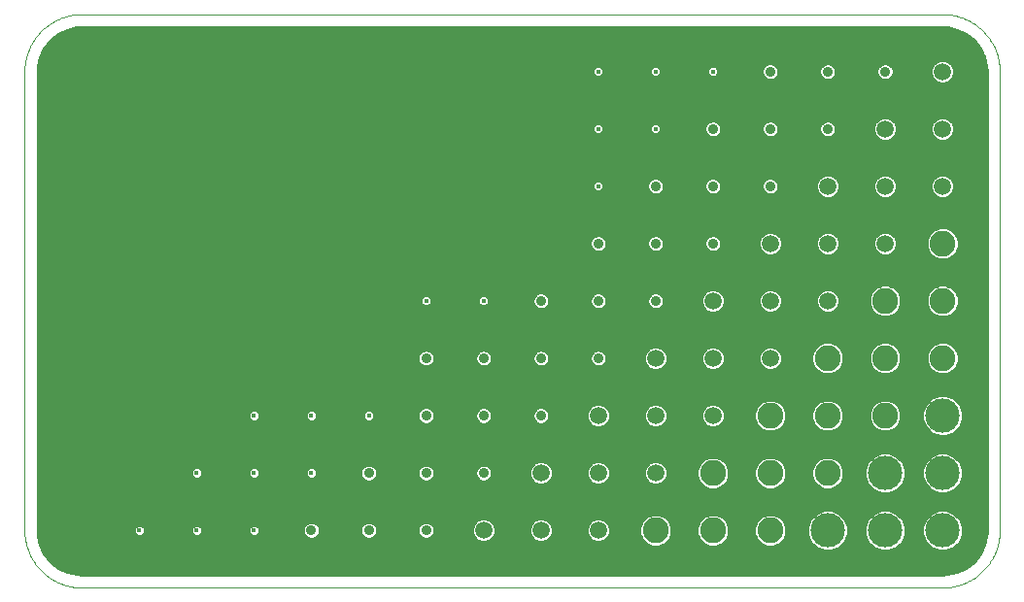
<source format=gtl>
G75*
%MOIN*%
%OFA0B0*%
%FSLAX25Y25*%
%IPPOS*%
%LPD*%
%AMOC8*
5,1,8,0,0,1.08239X$1,22.5*
%
%ADD10C,0.00039*%
%ADD11C,0.11811*%
%ADD12C,0.08858*%
%ADD13C,0.05906*%
%ADD14C,0.03569*%
%ADD15C,0.01600*%
%ADD16C,0.01575*%
D10*
X0025409Y0005724D02*
X0320685Y0005724D01*
X0321161Y0005730D01*
X0321636Y0005747D01*
X0322111Y0005776D01*
X0322585Y0005816D01*
X0323058Y0005868D01*
X0323529Y0005931D01*
X0323999Y0006005D01*
X0324467Y0006091D01*
X0324933Y0006188D01*
X0325396Y0006296D01*
X0325856Y0006415D01*
X0326314Y0006546D01*
X0326768Y0006687D01*
X0327219Y0006840D01*
X0327665Y0007003D01*
X0328108Y0007177D01*
X0328546Y0007362D01*
X0328980Y0007557D01*
X0329409Y0007763D01*
X0329833Y0007979D01*
X0330252Y0008205D01*
X0330665Y0008441D01*
X0331072Y0008687D01*
X0331473Y0008943D01*
X0331867Y0009209D01*
X0332256Y0009484D01*
X0332637Y0009768D01*
X0333011Y0010061D01*
X0333379Y0010363D01*
X0333739Y0010675D01*
X0334091Y0010994D01*
X0334435Y0011322D01*
X0334772Y0011659D01*
X0335100Y0012003D01*
X0335419Y0012355D01*
X0335731Y0012715D01*
X0336033Y0013083D01*
X0336326Y0013457D01*
X0336610Y0013838D01*
X0336885Y0014227D01*
X0337151Y0014621D01*
X0337407Y0015022D01*
X0337653Y0015429D01*
X0337889Y0015842D01*
X0338115Y0016261D01*
X0338331Y0016685D01*
X0338537Y0017114D01*
X0338732Y0017548D01*
X0338917Y0017986D01*
X0339091Y0018429D01*
X0339254Y0018875D01*
X0339407Y0019326D01*
X0339548Y0019780D01*
X0339679Y0020238D01*
X0339798Y0020698D01*
X0339906Y0021161D01*
X0340003Y0021627D01*
X0340089Y0022095D01*
X0340163Y0022565D01*
X0340226Y0023036D01*
X0340278Y0023509D01*
X0340318Y0023983D01*
X0340347Y0024458D01*
X0340364Y0024933D01*
X0340370Y0025409D01*
X0340370Y0182890D01*
X0340364Y0183366D01*
X0340347Y0183841D01*
X0340318Y0184316D01*
X0340278Y0184790D01*
X0340226Y0185263D01*
X0340163Y0185734D01*
X0340089Y0186204D01*
X0340003Y0186672D01*
X0339906Y0187138D01*
X0339798Y0187601D01*
X0339679Y0188061D01*
X0339548Y0188519D01*
X0339407Y0188973D01*
X0339254Y0189424D01*
X0339091Y0189870D01*
X0338917Y0190313D01*
X0338732Y0190751D01*
X0338537Y0191185D01*
X0338331Y0191614D01*
X0338115Y0192038D01*
X0337889Y0192457D01*
X0337653Y0192870D01*
X0337407Y0193277D01*
X0337151Y0193678D01*
X0336885Y0194072D01*
X0336610Y0194461D01*
X0336326Y0194842D01*
X0336033Y0195216D01*
X0335731Y0195584D01*
X0335419Y0195944D01*
X0335100Y0196296D01*
X0334772Y0196640D01*
X0334435Y0196977D01*
X0334091Y0197305D01*
X0333739Y0197624D01*
X0333379Y0197936D01*
X0333011Y0198238D01*
X0332637Y0198531D01*
X0332256Y0198815D01*
X0331867Y0199090D01*
X0331473Y0199356D01*
X0331072Y0199612D01*
X0330665Y0199858D01*
X0330252Y0200094D01*
X0329833Y0200320D01*
X0329409Y0200536D01*
X0328980Y0200742D01*
X0328546Y0200937D01*
X0328108Y0201122D01*
X0327665Y0201296D01*
X0327219Y0201459D01*
X0326768Y0201612D01*
X0326314Y0201753D01*
X0325856Y0201884D01*
X0325396Y0202003D01*
X0324933Y0202111D01*
X0324467Y0202208D01*
X0323999Y0202294D01*
X0323529Y0202368D01*
X0323058Y0202431D01*
X0322585Y0202483D01*
X0322111Y0202523D01*
X0321636Y0202552D01*
X0321161Y0202569D01*
X0320685Y0202575D01*
X0025409Y0202575D01*
X0024933Y0202569D01*
X0024458Y0202552D01*
X0023983Y0202523D01*
X0023509Y0202483D01*
X0023036Y0202431D01*
X0022565Y0202368D01*
X0022095Y0202294D01*
X0021627Y0202208D01*
X0021161Y0202111D01*
X0020698Y0202003D01*
X0020238Y0201884D01*
X0019780Y0201753D01*
X0019326Y0201612D01*
X0018875Y0201459D01*
X0018429Y0201296D01*
X0017986Y0201122D01*
X0017548Y0200937D01*
X0017114Y0200742D01*
X0016685Y0200536D01*
X0016261Y0200320D01*
X0015842Y0200094D01*
X0015429Y0199858D01*
X0015022Y0199612D01*
X0014621Y0199356D01*
X0014227Y0199090D01*
X0013838Y0198815D01*
X0013457Y0198531D01*
X0013083Y0198238D01*
X0012715Y0197936D01*
X0012355Y0197624D01*
X0012003Y0197305D01*
X0011659Y0196977D01*
X0011322Y0196640D01*
X0010994Y0196296D01*
X0010675Y0195944D01*
X0010363Y0195584D01*
X0010061Y0195216D01*
X0009768Y0194842D01*
X0009484Y0194461D01*
X0009209Y0194072D01*
X0008943Y0193678D01*
X0008687Y0193277D01*
X0008441Y0192870D01*
X0008205Y0192457D01*
X0007979Y0192038D01*
X0007763Y0191614D01*
X0007557Y0191185D01*
X0007362Y0190751D01*
X0007177Y0190313D01*
X0007003Y0189870D01*
X0006840Y0189424D01*
X0006687Y0188973D01*
X0006546Y0188519D01*
X0006415Y0188061D01*
X0006296Y0187601D01*
X0006188Y0187138D01*
X0006091Y0186672D01*
X0006005Y0186204D01*
X0005931Y0185734D01*
X0005868Y0185263D01*
X0005816Y0184790D01*
X0005776Y0184316D01*
X0005747Y0183841D01*
X0005730Y0183366D01*
X0005724Y0182890D01*
X0005724Y0025409D01*
X0005730Y0024933D01*
X0005747Y0024458D01*
X0005776Y0023983D01*
X0005816Y0023509D01*
X0005868Y0023036D01*
X0005931Y0022565D01*
X0006005Y0022095D01*
X0006091Y0021627D01*
X0006188Y0021161D01*
X0006296Y0020698D01*
X0006415Y0020238D01*
X0006546Y0019780D01*
X0006687Y0019326D01*
X0006840Y0018875D01*
X0007003Y0018429D01*
X0007177Y0017986D01*
X0007362Y0017548D01*
X0007557Y0017114D01*
X0007763Y0016685D01*
X0007979Y0016261D01*
X0008205Y0015842D01*
X0008441Y0015429D01*
X0008687Y0015022D01*
X0008943Y0014621D01*
X0009209Y0014227D01*
X0009484Y0013838D01*
X0009768Y0013457D01*
X0010061Y0013083D01*
X0010363Y0012715D01*
X0010675Y0012355D01*
X0010994Y0012003D01*
X0011322Y0011659D01*
X0011659Y0011322D01*
X0012003Y0010994D01*
X0012355Y0010675D01*
X0012715Y0010363D01*
X0013083Y0010061D01*
X0013457Y0009768D01*
X0013838Y0009484D01*
X0014227Y0009209D01*
X0014621Y0008943D01*
X0015022Y0008687D01*
X0015429Y0008441D01*
X0015842Y0008205D01*
X0016261Y0007979D01*
X0016685Y0007763D01*
X0017114Y0007557D01*
X0017548Y0007362D01*
X0017986Y0007177D01*
X0018429Y0007003D01*
X0018875Y0006840D01*
X0019326Y0006687D01*
X0019780Y0006546D01*
X0020238Y0006415D01*
X0020698Y0006296D01*
X0021161Y0006188D01*
X0021627Y0006091D01*
X0022095Y0006005D01*
X0022565Y0005931D01*
X0023036Y0005868D01*
X0023509Y0005816D01*
X0023983Y0005776D01*
X0024458Y0005747D01*
X0024933Y0005730D01*
X0025409Y0005724D01*
D11*
X0281315Y0025409D03*
X0301000Y0025409D03*
X0320685Y0025409D03*
X0320685Y0045094D03*
X0301000Y0045094D03*
X0320685Y0064780D03*
D12*
X0301000Y0064780D03*
X0281315Y0064780D03*
X0261630Y0064780D03*
X0281315Y0084465D03*
X0301000Y0084465D03*
X0320685Y0084465D03*
X0320685Y0104150D03*
X0301000Y0104150D03*
X0320685Y0123835D03*
X0281315Y0045094D03*
X0261630Y0045094D03*
X0241945Y0045094D03*
X0241945Y0025409D03*
X0222260Y0025409D03*
X0261630Y0025409D03*
D13*
X0222260Y0045094D03*
X0202575Y0045094D03*
X0182890Y0045094D03*
X0182890Y0025409D03*
X0163205Y0025409D03*
X0202575Y0025409D03*
X0202575Y0064780D03*
X0222260Y0064780D03*
X0241945Y0064780D03*
X0241945Y0084465D03*
X0222260Y0084465D03*
X0241945Y0104150D03*
X0261630Y0104150D03*
X0281315Y0104150D03*
X0281315Y0123835D03*
X0301000Y0123835D03*
X0301000Y0143520D03*
X0281315Y0143520D03*
X0261630Y0123835D03*
X0320685Y0143520D03*
X0320685Y0163205D03*
X0301000Y0163205D03*
X0320685Y0182890D03*
X0261630Y0084465D03*
D14*
X0222260Y0104150D03*
X0202575Y0104150D03*
X0182890Y0104150D03*
X0202575Y0123835D03*
X0222260Y0123835D03*
X0241945Y0123835D03*
X0241945Y0143520D03*
X0222260Y0143520D03*
X0241945Y0163205D03*
X0261630Y0163205D03*
X0281315Y0163205D03*
X0281315Y0182890D03*
X0301000Y0182890D03*
X0261630Y0182890D03*
X0261630Y0143520D03*
X0202575Y0084465D03*
X0182890Y0084465D03*
X0163205Y0084465D03*
X0143520Y0084465D03*
X0143520Y0064780D03*
X0163205Y0064780D03*
X0182890Y0064780D03*
X0163205Y0045094D03*
X0143520Y0045094D03*
X0123835Y0045094D03*
X0123835Y0025409D03*
X0104150Y0025409D03*
X0143520Y0025409D03*
D15*
X0104150Y0045094D03*
X0084465Y0045094D03*
X0064780Y0045094D03*
X0064780Y0025409D03*
X0045094Y0025409D03*
X0084465Y0025409D03*
X0084465Y0064780D03*
X0104150Y0064780D03*
X0123835Y0064780D03*
X0143520Y0104150D03*
X0163205Y0104150D03*
X0202575Y0143520D03*
X0202575Y0163205D03*
X0222260Y0163205D03*
X0222260Y0182890D03*
X0241945Y0182890D03*
X0202575Y0182890D03*
D16*
X0020496Y0011366D02*
X0017494Y0012812D01*
X0014889Y0014889D01*
X0012812Y0017494D01*
X0011366Y0020496D01*
X0010625Y0023744D01*
X0010531Y0025409D01*
X0010531Y0182890D01*
X0010625Y0184556D01*
X0011366Y0187804D01*
X0012812Y0190805D01*
X0014889Y0193410D01*
X0017494Y0195487D01*
X0020496Y0196933D01*
X0023744Y0197674D01*
X0025409Y0197768D01*
X0320685Y0197768D01*
X0322351Y0197674D01*
X0325599Y0196933D01*
X0328601Y0195487D01*
X0331205Y0193410D01*
X0333283Y0190805D01*
X0334728Y0187804D01*
X0335469Y0184556D01*
X0335563Y0182890D01*
X0335563Y0025409D01*
X0335469Y0023744D01*
X0334728Y0020496D01*
X0333283Y0017494D01*
X0331205Y0014889D01*
X0328601Y0012812D01*
X0325599Y0011366D01*
X0322351Y0010625D01*
X0320685Y0010531D01*
X0025409Y0010531D01*
X0023744Y0010625D01*
X0020496Y0011366D01*
X0019143Y0012018D02*
X0326951Y0012018D01*
X0329577Y0013591D02*
X0016517Y0013591D01*
X0014670Y0015164D02*
X0331425Y0015164D01*
X0332679Y0016738D02*
X0013415Y0016738D01*
X0012812Y0017494D02*
X0012812Y0017494D01*
X0012418Y0018311D02*
X0279395Y0018311D01*
X0279864Y0018117D02*
X0282766Y0018117D01*
X0285446Y0019227D01*
X0287498Y0021278D01*
X0288608Y0023959D01*
X0288608Y0026860D01*
X0287498Y0029541D01*
X0285446Y0031592D01*
X0282766Y0032702D01*
X0279864Y0032702D01*
X0277184Y0031592D01*
X0275132Y0029541D01*
X0274022Y0026860D01*
X0274022Y0023959D01*
X0275132Y0021278D01*
X0277184Y0019227D01*
X0279864Y0018117D01*
X0283235Y0018311D02*
X0299080Y0018311D01*
X0299549Y0018117D02*
X0302451Y0018117D01*
X0305131Y0019227D01*
X0307183Y0021278D01*
X0308293Y0023959D01*
X0308293Y0026860D01*
X0307183Y0029541D01*
X0305131Y0031592D01*
X0302451Y0032702D01*
X0299549Y0032702D01*
X0296869Y0031592D01*
X0294817Y0029541D01*
X0293707Y0026860D01*
X0293707Y0023959D01*
X0294817Y0021278D01*
X0296869Y0019227D01*
X0299549Y0018117D01*
X0302920Y0018311D02*
X0318765Y0018311D01*
X0319234Y0018117D02*
X0322136Y0018117D01*
X0324816Y0019227D01*
X0326868Y0021278D01*
X0327978Y0023959D01*
X0327978Y0026860D01*
X0326868Y0029541D01*
X0324816Y0031592D01*
X0322136Y0032702D01*
X0319234Y0032702D01*
X0316554Y0031592D01*
X0314502Y0029541D01*
X0313392Y0026860D01*
X0313392Y0023959D01*
X0314502Y0021278D01*
X0316554Y0019227D01*
X0319234Y0018117D01*
X0322605Y0018311D02*
X0333676Y0018311D01*
X0334434Y0019884D02*
X0325474Y0019884D01*
X0326942Y0021458D02*
X0334948Y0021458D01*
X0335307Y0023031D02*
X0327594Y0023031D01*
X0327978Y0024604D02*
X0335518Y0024604D01*
X0335563Y0026177D02*
X0327978Y0026177D01*
X0327609Y0027751D02*
X0335563Y0027751D01*
X0335563Y0029324D02*
X0326957Y0029324D01*
X0325511Y0030897D02*
X0335563Y0030897D01*
X0335563Y0032471D02*
X0322695Y0032471D01*
X0318675Y0032471D02*
X0303010Y0032471D01*
X0305826Y0030897D02*
X0315859Y0030897D01*
X0314413Y0029324D02*
X0307272Y0029324D01*
X0307924Y0027751D02*
X0313761Y0027751D01*
X0313392Y0026177D02*
X0308293Y0026177D01*
X0308293Y0024604D02*
X0313392Y0024604D01*
X0313776Y0023031D02*
X0307909Y0023031D01*
X0307257Y0021458D02*
X0314428Y0021458D01*
X0315896Y0019884D02*
X0305789Y0019884D01*
X0296211Y0019884D02*
X0286103Y0019884D01*
X0287572Y0021458D02*
X0294743Y0021458D01*
X0294091Y0023031D02*
X0288223Y0023031D01*
X0288608Y0024604D02*
X0293707Y0024604D01*
X0293707Y0026177D02*
X0288608Y0026177D01*
X0288239Y0027751D02*
X0294076Y0027751D01*
X0294728Y0029324D02*
X0287587Y0029324D01*
X0286141Y0030897D02*
X0296174Y0030897D01*
X0298990Y0032471D02*
X0283325Y0032471D01*
X0279305Y0032471D02*
X0010531Y0032471D01*
X0010531Y0034044D02*
X0335563Y0034044D01*
X0335563Y0035617D02*
X0010531Y0035617D01*
X0010531Y0037191D02*
X0335563Y0037191D01*
X0335563Y0038764D02*
X0324459Y0038764D01*
X0324816Y0038912D02*
X0326868Y0040963D01*
X0327978Y0043644D01*
X0327978Y0046545D01*
X0326868Y0049226D01*
X0324816Y0051277D01*
X0322136Y0052387D01*
X0319234Y0052387D01*
X0316554Y0051277D01*
X0314502Y0049226D01*
X0313392Y0046545D01*
X0313392Y0043644D01*
X0314502Y0040963D01*
X0316554Y0038912D01*
X0319234Y0037802D01*
X0322136Y0037802D01*
X0324816Y0038912D01*
X0326242Y0040337D02*
X0335563Y0040337D01*
X0335563Y0041911D02*
X0327260Y0041911D01*
X0327912Y0043484D02*
X0335563Y0043484D01*
X0335563Y0045057D02*
X0327978Y0045057D01*
X0327943Y0046631D02*
X0335563Y0046631D01*
X0335563Y0048204D02*
X0327291Y0048204D01*
X0326316Y0049777D02*
X0335563Y0049777D01*
X0335563Y0051351D02*
X0324639Y0051351D01*
X0316731Y0051351D02*
X0304954Y0051351D01*
X0305131Y0051277D02*
X0302451Y0052387D01*
X0299549Y0052387D01*
X0296869Y0051277D01*
X0294817Y0049226D01*
X0293707Y0046545D01*
X0293707Y0043644D01*
X0294817Y0040963D01*
X0296869Y0038912D01*
X0299549Y0037802D01*
X0302451Y0037802D01*
X0305131Y0038912D01*
X0307183Y0040963D01*
X0308293Y0043644D01*
X0308293Y0046545D01*
X0307183Y0049226D01*
X0305131Y0051277D01*
X0306631Y0049777D02*
X0315054Y0049777D01*
X0314079Y0048204D02*
X0307606Y0048204D01*
X0308258Y0046631D02*
X0313428Y0046631D01*
X0313392Y0045057D02*
X0308293Y0045057D01*
X0308227Y0043484D02*
X0313458Y0043484D01*
X0314110Y0041911D02*
X0307575Y0041911D01*
X0306557Y0040337D02*
X0315128Y0040337D01*
X0316911Y0038764D02*
X0304774Y0038764D01*
X0297226Y0038764D02*
X0010531Y0038764D01*
X0010531Y0040337D02*
X0238476Y0040337D01*
X0238650Y0040163D02*
X0240788Y0039278D01*
X0243102Y0039278D01*
X0245240Y0040163D01*
X0246876Y0041800D01*
X0247761Y0043937D01*
X0247761Y0046251D01*
X0246876Y0048389D01*
X0245240Y0050026D01*
X0243102Y0050911D01*
X0240788Y0050911D01*
X0238650Y0050026D01*
X0237014Y0048389D01*
X0236128Y0046251D01*
X0236128Y0043937D01*
X0237014Y0041800D01*
X0238650Y0040163D01*
X0236968Y0041911D02*
X0225214Y0041911D01*
X0224718Y0041415D02*
X0225939Y0042636D01*
X0226600Y0044231D01*
X0226600Y0045958D01*
X0225939Y0047553D01*
X0224718Y0048774D01*
X0223123Y0049435D01*
X0221397Y0049435D01*
X0219801Y0048774D01*
X0218580Y0047553D01*
X0217920Y0045958D01*
X0217920Y0044231D01*
X0218580Y0042636D01*
X0219801Y0041415D01*
X0221397Y0040754D01*
X0223123Y0040754D01*
X0224718Y0041415D01*
X0226290Y0043484D02*
X0236316Y0043484D01*
X0236128Y0045057D02*
X0226600Y0045057D01*
X0226321Y0046631D02*
X0236285Y0046631D01*
X0236937Y0048204D02*
X0225288Y0048204D01*
X0219231Y0048204D02*
X0205603Y0048204D01*
X0205033Y0048774D02*
X0203438Y0049435D01*
X0201711Y0049435D01*
X0200116Y0048774D01*
X0198895Y0047553D01*
X0198235Y0045958D01*
X0198235Y0044231D01*
X0198895Y0042636D01*
X0200116Y0041415D01*
X0201711Y0040754D01*
X0203438Y0040754D01*
X0205033Y0041415D01*
X0206254Y0042636D01*
X0206915Y0044231D01*
X0206915Y0045958D01*
X0206254Y0047553D01*
X0205033Y0048774D01*
X0206636Y0046631D02*
X0218198Y0046631D01*
X0217920Y0045057D02*
X0206915Y0045057D01*
X0206605Y0043484D02*
X0218229Y0043484D01*
X0219306Y0041911D02*
X0205529Y0041911D01*
X0199621Y0041911D02*
X0185844Y0041911D01*
X0185348Y0041415D02*
X0186569Y0042636D01*
X0187230Y0044231D01*
X0187230Y0045958D01*
X0186569Y0047553D01*
X0185348Y0048774D01*
X0183753Y0049435D01*
X0182026Y0049435D01*
X0180431Y0048774D01*
X0179210Y0047553D01*
X0178550Y0045958D01*
X0178550Y0044231D01*
X0179210Y0042636D01*
X0180431Y0041415D01*
X0182026Y0040754D01*
X0183753Y0040754D01*
X0185348Y0041415D01*
X0186920Y0043484D02*
X0198544Y0043484D01*
X0198235Y0045057D02*
X0187230Y0045057D01*
X0186951Y0046631D02*
X0198513Y0046631D01*
X0199546Y0048204D02*
X0185918Y0048204D01*
X0179861Y0048204D02*
X0163986Y0048204D01*
X0163836Y0048266D02*
X0162574Y0048266D01*
X0161408Y0047783D01*
X0160516Y0046891D01*
X0160033Y0045725D01*
X0160033Y0044464D01*
X0160516Y0043298D01*
X0161408Y0042406D01*
X0162574Y0041923D01*
X0163836Y0041923D01*
X0165001Y0042406D01*
X0165894Y0043298D01*
X0166376Y0044464D01*
X0166376Y0045725D01*
X0165894Y0046891D01*
X0165001Y0047783D01*
X0163836Y0048266D01*
X0162424Y0048204D02*
X0144301Y0048204D01*
X0144151Y0048266D02*
X0142889Y0048266D01*
X0141723Y0047783D01*
X0140831Y0046891D01*
X0140348Y0045725D01*
X0140348Y0044464D01*
X0140831Y0043298D01*
X0141723Y0042406D01*
X0142889Y0041923D01*
X0144151Y0041923D01*
X0145316Y0042406D01*
X0146208Y0043298D01*
X0146691Y0044464D01*
X0146691Y0045725D01*
X0146208Y0046891D01*
X0145316Y0047783D01*
X0144151Y0048266D01*
X0142739Y0048204D02*
X0124616Y0048204D01*
X0124466Y0048266D02*
X0125631Y0047783D01*
X0126523Y0046891D01*
X0127006Y0045725D01*
X0127006Y0044464D01*
X0126523Y0043298D01*
X0125631Y0042406D01*
X0124466Y0041923D01*
X0123204Y0041923D01*
X0122038Y0042406D01*
X0121146Y0043298D01*
X0120663Y0044464D01*
X0120663Y0045725D01*
X0121146Y0046891D01*
X0122038Y0047783D01*
X0123204Y0048266D01*
X0124466Y0048266D01*
X0123054Y0048204D02*
X0010531Y0048204D01*
X0010531Y0049777D02*
X0238402Y0049777D01*
X0245488Y0049777D02*
X0258087Y0049777D01*
X0258335Y0050026D02*
X0256699Y0048389D01*
X0255813Y0046251D01*
X0255813Y0043937D01*
X0256699Y0041800D01*
X0258335Y0040163D01*
X0260473Y0039278D01*
X0262787Y0039278D01*
X0264925Y0040163D01*
X0266561Y0041800D01*
X0267446Y0043937D01*
X0267446Y0046251D01*
X0266561Y0048389D01*
X0264925Y0050026D01*
X0262787Y0050911D01*
X0260473Y0050911D01*
X0258335Y0050026D01*
X0256622Y0048204D02*
X0246953Y0048204D01*
X0247604Y0046631D02*
X0255970Y0046631D01*
X0255813Y0045057D02*
X0247761Y0045057D01*
X0247574Y0043484D02*
X0256001Y0043484D01*
X0256653Y0041911D02*
X0246922Y0041911D01*
X0245414Y0040337D02*
X0258161Y0040337D01*
X0265099Y0040337D02*
X0277846Y0040337D01*
X0278020Y0040163D02*
X0280158Y0039278D01*
X0282472Y0039278D01*
X0284610Y0040163D01*
X0286246Y0041800D01*
X0287131Y0043937D01*
X0287131Y0046251D01*
X0286246Y0048389D01*
X0284610Y0050026D01*
X0282472Y0050911D01*
X0280158Y0050911D01*
X0278020Y0050026D01*
X0276384Y0048389D01*
X0275498Y0046251D01*
X0275498Y0043937D01*
X0276384Y0041800D01*
X0278020Y0040163D01*
X0276338Y0041911D02*
X0266607Y0041911D01*
X0267259Y0043484D02*
X0275686Y0043484D01*
X0275498Y0045057D02*
X0267446Y0045057D01*
X0267289Y0046631D02*
X0275655Y0046631D01*
X0276307Y0048204D02*
X0266638Y0048204D01*
X0265173Y0049777D02*
X0277772Y0049777D01*
X0284858Y0049777D02*
X0295369Y0049777D01*
X0294394Y0048204D02*
X0286323Y0048204D01*
X0286974Y0046631D02*
X0293742Y0046631D01*
X0293707Y0045057D02*
X0287131Y0045057D01*
X0286944Y0043484D02*
X0293773Y0043484D01*
X0294425Y0041911D02*
X0286292Y0041911D01*
X0284784Y0040337D02*
X0295443Y0040337D01*
X0297046Y0051351D02*
X0010531Y0051351D01*
X0010531Y0052924D02*
X0335563Y0052924D01*
X0335563Y0054497D02*
X0010531Y0054497D01*
X0010531Y0056070D02*
X0335563Y0056070D01*
X0335563Y0057644D02*
X0322515Y0057644D01*
X0322136Y0057487D02*
X0324816Y0058597D01*
X0326868Y0060648D01*
X0327978Y0063329D01*
X0327978Y0066230D01*
X0326868Y0068911D01*
X0324816Y0070962D01*
X0322136Y0072072D01*
X0319234Y0072072D01*
X0316554Y0070962D01*
X0314502Y0068911D01*
X0313392Y0066230D01*
X0313392Y0063329D01*
X0314502Y0060648D01*
X0316554Y0058597D01*
X0319234Y0057487D01*
X0322136Y0057487D01*
X0318855Y0057644D02*
X0010531Y0057644D01*
X0010531Y0059217D02*
X0259859Y0059217D01*
X0260473Y0058963D02*
X0262787Y0058963D01*
X0264925Y0059848D01*
X0266561Y0061485D01*
X0267446Y0063623D01*
X0267446Y0065937D01*
X0266561Y0068074D01*
X0264925Y0069711D01*
X0262787Y0070596D01*
X0260473Y0070596D01*
X0258335Y0069711D01*
X0256699Y0068074D01*
X0255813Y0065937D01*
X0255813Y0063623D01*
X0256699Y0061485D01*
X0258335Y0059848D01*
X0260473Y0058963D01*
X0263400Y0059217D02*
X0279544Y0059217D01*
X0280158Y0058963D02*
X0282472Y0058963D01*
X0284610Y0059848D01*
X0286246Y0061485D01*
X0287131Y0063623D01*
X0287131Y0065937D01*
X0286246Y0068074D01*
X0284610Y0069711D01*
X0282472Y0070596D01*
X0280158Y0070596D01*
X0278020Y0069711D01*
X0276384Y0068074D01*
X0275498Y0065937D01*
X0275498Y0063623D01*
X0276384Y0061485D01*
X0278020Y0059848D01*
X0280158Y0058963D01*
X0283085Y0059217D02*
X0299230Y0059217D01*
X0299843Y0058963D02*
X0302157Y0058963D01*
X0304295Y0059848D01*
X0305931Y0061485D01*
X0306817Y0063623D01*
X0306817Y0065937D01*
X0305931Y0068074D01*
X0304295Y0069711D01*
X0302157Y0070596D01*
X0299843Y0070596D01*
X0297705Y0069711D01*
X0296069Y0068074D01*
X0295183Y0065937D01*
X0295183Y0063623D01*
X0296069Y0061485D01*
X0297705Y0059848D01*
X0299843Y0058963D01*
X0302770Y0059217D02*
X0315934Y0059217D01*
X0314444Y0060790D02*
X0305237Y0060790D01*
X0306295Y0062364D02*
X0313792Y0062364D01*
X0313392Y0063937D02*
X0306817Y0063937D01*
X0306817Y0065510D02*
X0313392Y0065510D01*
X0313746Y0067084D02*
X0306341Y0067084D01*
X0305348Y0068657D02*
X0314397Y0068657D01*
X0315822Y0070230D02*
X0303040Y0070230D01*
X0298960Y0070230D02*
X0283355Y0070230D01*
X0285663Y0068657D02*
X0296652Y0068657D01*
X0295659Y0067084D02*
X0286656Y0067084D01*
X0287131Y0065510D02*
X0295183Y0065510D01*
X0295183Y0063937D02*
X0287131Y0063937D01*
X0286610Y0062364D02*
X0295705Y0062364D01*
X0296763Y0060790D02*
X0285552Y0060790D01*
X0277078Y0060790D02*
X0265867Y0060790D01*
X0266925Y0062364D02*
X0276020Y0062364D01*
X0275498Y0063937D02*
X0267446Y0063937D01*
X0267446Y0065510D02*
X0275498Y0065510D01*
X0275974Y0067084D02*
X0266971Y0067084D01*
X0265978Y0068657D02*
X0276967Y0068657D01*
X0279275Y0070230D02*
X0263670Y0070230D01*
X0259590Y0070230D02*
X0010531Y0070230D01*
X0010531Y0068657D02*
X0200594Y0068657D01*
X0200116Y0068459D02*
X0198895Y0067238D01*
X0198235Y0065643D01*
X0198235Y0063916D01*
X0198895Y0062321D01*
X0200116Y0061100D01*
X0201711Y0060439D01*
X0203438Y0060439D01*
X0205033Y0061100D01*
X0206254Y0062321D01*
X0206915Y0063916D01*
X0206915Y0065643D01*
X0206254Y0067238D01*
X0205033Y0068459D01*
X0203438Y0069120D01*
X0201711Y0069120D01*
X0200116Y0068459D01*
X0198831Y0067084D02*
X0185071Y0067084D01*
X0184686Y0067468D02*
X0183521Y0067951D01*
X0182259Y0067951D01*
X0181093Y0067468D01*
X0180201Y0066576D01*
X0179718Y0065410D01*
X0179718Y0064149D01*
X0180201Y0062983D01*
X0181093Y0062091D01*
X0182259Y0061608D01*
X0183521Y0061608D01*
X0184686Y0062091D01*
X0185579Y0062983D01*
X0186061Y0064149D01*
X0186061Y0065410D01*
X0185579Y0066576D01*
X0184686Y0067468D01*
X0186020Y0065510D02*
X0198235Y0065510D01*
X0198235Y0063937D02*
X0185974Y0063937D01*
X0184959Y0062364D02*
X0198878Y0062364D01*
X0200864Y0060790D02*
X0010531Y0060790D01*
X0010531Y0062364D02*
X0141450Y0062364D01*
X0141723Y0062091D02*
X0142889Y0061608D01*
X0144151Y0061608D01*
X0145316Y0062091D01*
X0146208Y0062983D01*
X0146691Y0064149D01*
X0146691Y0065410D01*
X0146208Y0066576D01*
X0145316Y0067468D01*
X0144151Y0067951D01*
X0142889Y0067951D01*
X0141723Y0067468D01*
X0140831Y0066576D01*
X0140348Y0065410D01*
X0140348Y0064149D01*
X0140831Y0062983D01*
X0141723Y0062091D01*
X0140436Y0063937D02*
X0126022Y0063937D01*
X0126022Y0063873D02*
X0124741Y0062592D01*
X0122929Y0062592D01*
X0121647Y0063873D01*
X0121647Y0065686D01*
X0122929Y0066967D01*
X0124741Y0066967D01*
X0126022Y0065686D01*
X0126022Y0063873D01*
X0126022Y0065510D02*
X0140389Y0065510D01*
X0141338Y0067084D02*
X0010531Y0067084D01*
X0010531Y0065510D02*
X0082277Y0065510D01*
X0082277Y0065686D02*
X0082277Y0063873D01*
X0083559Y0062592D01*
X0085371Y0062592D01*
X0086652Y0063873D01*
X0086652Y0065686D01*
X0085371Y0066967D01*
X0083559Y0066967D01*
X0082277Y0065686D01*
X0082277Y0063937D02*
X0010531Y0063937D01*
X0010531Y0071804D02*
X0318585Y0071804D01*
X0322785Y0071804D02*
X0335563Y0071804D01*
X0335563Y0073377D02*
X0010531Y0073377D01*
X0010531Y0074950D02*
X0335563Y0074950D01*
X0335563Y0076524D02*
X0010531Y0076524D01*
X0010531Y0078097D02*
X0335563Y0078097D01*
X0335563Y0079670D02*
X0324116Y0079670D01*
X0323980Y0079534D02*
X0325616Y0081170D01*
X0326502Y0083308D01*
X0326502Y0085622D01*
X0325616Y0087759D01*
X0323980Y0089396D01*
X0321842Y0090281D01*
X0319528Y0090281D01*
X0317390Y0089396D01*
X0315754Y0087759D01*
X0314869Y0085622D01*
X0314869Y0083308D01*
X0315754Y0081170D01*
X0317390Y0079534D01*
X0319528Y0078648D01*
X0321842Y0078648D01*
X0323980Y0079534D01*
X0325647Y0081244D02*
X0335563Y0081244D01*
X0335563Y0082817D02*
X0326298Y0082817D01*
X0326502Y0084390D02*
X0335563Y0084390D01*
X0335563Y0085963D02*
X0326360Y0085963D01*
X0325708Y0087537D02*
X0335563Y0087537D01*
X0335563Y0089110D02*
X0324265Y0089110D01*
X0317105Y0089110D02*
X0304580Y0089110D01*
X0304295Y0089396D02*
X0305931Y0087759D01*
X0306817Y0085622D01*
X0306817Y0083308D01*
X0305931Y0081170D01*
X0304295Y0079534D01*
X0302157Y0078648D01*
X0299843Y0078648D01*
X0297705Y0079534D01*
X0296069Y0081170D01*
X0295183Y0083308D01*
X0295183Y0085622D01*
X0296069Y0087759D01*
X0297705Y0089396D01*
X0299843Y0090281D01*
X0302157Y0090281D01*
X0304295Y0089396D01*
X0306023Y0087537D02*
X0315662Y0087537D01*
X0315010Y0085963D02*
X0306675Y0085963D01*
X0306817Y0084390D02*
X0314869Y0084390D01*
X0315072Y0082817D02*
X0306613Y0082817D01*
X0305962Y0081244D02*
X0315723Y0081244D01*
X0317254Y0079670D02*
X0304431Y0079670D01*
X0297569Y0079670D02*
X0284746Y0079670D01*
X0284610Y0079534D02*
X0286246Y0081170D01*
X0287131Y0083308D01*
X0287131Y0085622D01*
X0286246Y0087759D01*
X0284610Y0089396D01*
X0282472Y0090281D01*
X0280158Y0090281D01*
X0278020Y0089396D01*
X0276384Y0087759D01*
X0275498Y0085622D01*
X0275498Y0083308D01*
X0276384Y0081170D01*
X0278020Y0079534D01*
X0280158Y0078648D01*
X0282472Y0078648D01*
X0284610Y0079534D01*
X0286277Y0081244D02*
X0296038Y0081244D01*
X0295387Y0082817D02*
X0286928Y0082817D01*
X0287131Y0084390D02*
X0295183Y0084390D01*
X0295325Y0085963D02*
X0286990Y0085963D01*
X0286338Y0087537D02*
X0295977Y0087537D01*
X0297420Y0089110D02*
X0284895Y0089110D01*
X0277735Y0089110D02*
X0010531Y0089110D01*
X0010531Y0087537D02*
X0142649Y0087537D01*
X0142889Y0087636D02*
X0141723Y0087153D01*
X0140831Y0086261D01*
X0140348Y0085095D01*
X0140348Y0083834D01*
X0140831Y0082668D01*
X0141723Y0081776D01*
X0142889Y0081293D01*
X0144151Y0081293D01*
X0145316Y0081776D01*
X0146208Y0082668D01*
X0146691Y0083834D01*
X0146691Y0085095D01*
X0146208Y0086261D01*
X0145316Y0087153D01*
X0144151Y0087636D01*
X0142889Y0087636D01*
X0144391Y0087537D02*
X0162334Y0087537D01*
X0162574Y0087636D02*
X0161408Y0087153D01*
X0160516Y0086261D01*
X0160033Y0085095D01*
X0160033Y0083834D01*
X0160516Y0082668D01*
X0161408Y0081776D01*
X0162574Y0081293D01*
X0163836Y0081293D01*
X0165001Y0081776D01*
X0165894Y0082668D01*
X0166376Y0083834D01*
X0166376Y0085095D01*
X0165894Y0086261D01*
X0165001Y0087153D01*
X0163836Y0087636D01*
X0162574Y0087636D01*
X0164076Y0087537D02*
X0182019Y0087537D01*
X0182259Y0087636D02*
X0181093Y0087153D01*
X0180201Y0086261D01*
X0179718Y0085095D01*
X0179718Y0083834D01*
X0180201Y0082668D01*
X0181093Y0081776D01*
X0182259Y0081293D01*
X0183521Y0081293D01*
X0184686Y0081776D01*
X0185579Y0082668D01*
X0186061Y0083834D01*
X0186061Y0085095D01*
X0185579Y0086261D01*
X0184686Y0087153D01*
X0183521Y0087636D01*
X0182259Y0087636D01*
X0183761Y0087537D02*
X0201704Y0087537D01*
X0201944Y0087636D02*
X0200778Y0087153D01*
X0199886Y0086261D01*
X0199403Y0085095D01*
X0199403Y0083834D01*
X0199886Y0082668D01*
X0200778Y0081776D01*
X0201944Y0081293D01*
X0203206Y0081293D01*
X0204371Y0081776D01*
X0205264Y0082668D01*
X0205746Y0083834D01*
X0205746Y0085095D01*
X0205264Y0086261D01*
X0204371Y0087153D01*
X0203206Y0087636D01*
X0201944Y0087636D01*
X0203446Y0087537D02*
X0219194Y0087537D01*
X0219801Y0088144D02*
X0218580Y0086923D01*
X0217920Y0085328D01*
X0217920Y0083601D01*
X0218580Y0082006D01*
X0219801Y0080785D01*
X0221397Y0080124D01*
X0223123Y0080124D01*
X0224718Y0080785D01*
X0225939Y0082006D01*
X0226600Y0083601D01*
X0226600Y0085328D01*
X0225939Y0086923D01*
X0224718Y0088144D01*
X0223123Y0088805D01*
X0221397Y0088805D01*
X0219801Y0088144D01*
X0218183Y0085963D02*
X0205387Y0085963D01*
X0205746Y0084390D02*
X0217920Y0084390D01*
X0218245Y0082817D02*
X0205325Y0082817D01*
X0199824Y0082817D02*
X0185640Y0082817D01*
X0186061Y0084390D02*
X0199403Y0084390D01*
X0199763Y0085963D02*
X0185702Y0085963D01*
X0180078Y0085963D02*
X0166017Y0085963D01*
X0166376Y0084390D02*
X0179718Y0084390D01*
X0180139Y0082817D02*
X0165955Y0082817D01*
X0160454Y0082817D02*
X0146270Y0082817D01*
X0146691Y0084390D02*
X0160033Y0084390D01*
X0160393Y0085963D02*
X0146332Y0085963D01*
X0140708Y0085963D02*
X0010531Y0085963D01*
X0010531Y0084390D02*
X0140348Y0084390D01*
X0140769Y0082817D02*
X0010531Y0082817D01*
X0010531Y0081244D02*
X0219343Y0081244D01*
X0225177Y0081244D02*
X0239028Y0081244D01*
X0239486Y0080785D02*
X0241082Y0080124D01*
X0242808Y0080124D01*
X0244403Y0080785D01*
X0245624Y0082006D01*
X0246285Y0083601D01*
X0246285Y0085328D01*
X0245624Y0086923D01*
X0244403Y0088144D01*
X0242808Y0088805D01*
X0241082Y0088805D01*
X0239486Y0088144D01*
X0238265Y0086923D01*
X0237605Y0085328D01*
X0237605Y0083601D01*
X0238265Y0082006D01*
X0239486Y0080785D01*
X0237930Y0082817D02*
X0226275Y0082817D01*
X0226600Y0084390D02*
X0237605Y0084390D01*
X0237868Y0085963D02*
X0226337Y0085963D01*
X0225326Y0087537D02*
X0238879Y0087537D01*
X0245011Y0087537D02*
X0258564Y0087537D01*
X0259171Y0088144D02*
X0257951Y0086923D01*
X0257290Y0085328D01*
X0257290Y0083601D01*
X0257951Y0082006D01*
X0259171Y0080785D01*
X0260767Y0080124D01*
X0262493Y0080124D01*
X0264088Y0080785D01*
X0265309Y0082006D01*
X0265970Y0083601D01*
X0265970Y0085328D01*
X0265309Y0086923D01*
X0264088Y0088144D01*
X0262493Y0088805D01*
X0260767Y0088805D01*
X0259171Y0088144D01*
X0257553Y0085963D02*
X0246022Y0085963D01*
X0246285Y0084390D02*
X0257290Y0084390D01*
X0257615Y0082817D02*
X0245960Y0082817D01*
X0244862Y0081244D02*
X0258713Y0081244D01*
X0264547Y0081244D02*
X0276353Y0081244D01*
X0275702Y0082817D02*
X0265645Y0082817D01*
X0265970Y0084390D02*
X0275498Y0084390D01*
X0275640Y0085963D02*
X0265707Y0085963D01*
X0264696Y0087537D02*
X0276292Y0087537D01*
X0277884Y0079670D02*
X0010531Y0079670D01*
X0010531Y0090683D02*
X0335563Y0090683D01*
X0335563Y0092257D02*
X0010531Y0092257D01*
X0010531Y0093830D02*
X0335563Y0093830D01*
X0335563Y0095403D02*
X0010531Y0095403D01*
X0010531Y0096977D02*
X0335563Y0096977D01*
X0335563Y0098550D02*
X0322366Y0098550D01*
X0321842Y0098333D02*
X0323980Y0099219D01*
X0325616Y0100855D01*
X0326502Y0102993D01*
X0326502Y0105307D01*
X0325616Y0107444D01*
X0323980Y0109081D01*
X0321842Y0109966D01*
X0319528Y0109966D01*
X0317390Y0109081D01*
X0315754Y0107444D01*
X0314869Y0105307D01*
X0314869Y0102993D01*
X0315754Y0100855D01*
X0317390Y0099219D01*
X0319528Y0098333D01*
X0321842Y0098333D01*
X0319004Y0098550D02*
X0302681Y0098550D01*
X0302157Y0098333D02*
X0304295Y0099219D01*
X0305931Y0100855D01*
X0306817Y0102993D01*
X0306817Y0105307D01*
X0305931Y0107444D01*
X0304295Y0109081D01*
X0302157Y0109966D01*
X0299843Y0109966D01*
X0297705Y0109081D01*
X0296069Y0107444D01*
X0295183Y0105307D01*
X0295183Y0102993D01*
X0296069Y0100855D01*
X0297705Y0099219D01*
X0299843Y0098333D01*
X0302157Y0098333D01*
X0299319Y0098550D02*
X0010531Y0098550D01*
X0010531Y0100123D02*
X0240324Y0100123D01*
X0241082Y0099809D02*
X0239486Y0100470D01*
X0238265Y0101691D01*
X0237605Y0103286D01*
X0237605Y0105013D01*
X0238265Y0106608D01*
X0239486Y0107829D01*
X0241082Y0108490D01*
X0242808Y0108490D01*
X0244403Y0107829D01*
X0245624Y0106608D01*
X0246285Y0105013D01*
X0246285Y0103286D01*
X0245624Y0101691D01*
X0244403Y0100470D01*
X0242808Y0099809D01*
X0241082Y0099809D01*
X0243566Y0100123D02*
X0260009Y0100123D01*
X0260767Y0099809D02*
X0262493Y0099809D01*
X0264088Y0100470D01*
X0265309Y0101691D01*
X0265970Y0103286D01*
X0265970Y0105013D01*
X0265309Y0106608D01*
X0264088Y0107829D01*
X0262493Y0108490D01*
X0260767Y0108490D01*
X0259171Y0107829D01*
X0257951Y0106608D01*
X0257290Y0105013D01*
X0257290Y0103286D01*
X0257951Y0101691D01*
X0259171Y0100470D01*
X0260767Y0099809D01*
X0263251Y0100123D02*
X0279694Y0100123D01*
X0280452Y0099809D02*
X0278856Y0100470D01*
X0277636Y0101691D01*
X0276975Y0103286D01*
X0276975Y0105013D01*
X0277636Y0106608D01*
X0278856Y0107829D01*
X0280452Y0108490D01*
X0282178Y0108490D01*
X0283773Y0107829D01*
X0284994Y0106608D01*
X0285655Y0105013D01*
X0285655Y0103286D01*
X0284994Y0101691D01*
X0283773Y0100470D01*
X0282178Y0099809D01*
X0280452Y0099809D01*
X0282936Y0100123D02*
X0296800Y0100123D01*
X0295720Y0101697D02*
X0284997Y0101697D01*
X0285648Y0103270D02*
X0295183Y0103270D01*
X0295183Y0104843D02*
X0285655Y0104843D01*
X0285074Y0106417D02*
X0295643Y0106417D01*
X0296614Y0107990D02*
X0283385Y0107990D01*
X0279245Y0107990D02*
X0263700Y0107990D01*
X0265389Y0106417D02*
X0277556Y0106417D01*
X0276975Y0104843D02*
X0265970Y0104843D01*
X0265963Y0103270D02*
X0276982Y0103270D01*
X0277633Y0101697D02*
X0265312Y0101697D01*
X0257948Y0101697D02*
X0245627Y0101697D01*
X0246278Y0103270D02*
X0257297Y0103270D01*
X0257290Y0104843D02*
X0246285Y0104843D01*
X0245704Y0106417D02*
X0257871Y0106417D01*
X0259560Y0107990D02*
X0244015Y0107990D01*
X0239875Y0107990D02*
X0010531Y0107990D01*
X0010531Y0109563D02*
X0298870Y0109563D01*
X0303130Y0109563D02*
X0318555Y0109563D01*
X0316299Y0107990D02*
X0305386Y0107990D01*
X0306357Y0106417D02*
X0315328Y0106417D01*
X0314869Y0104843D02*
X0306817Y0104843D01*
X0306817Y0103270D02*
X0314869Y0103270D01*
X0315405Y0101697D02*
X0306280Y0101697D01*
X0305199Y0100123D02*
X0316486Y0100123D01*
X0324885Y0100123D02*
X0335563Y0100123D01*
X0335563Y0101697D02*
X0325965Y0101697D01*
X0326502Y0103270D02*
X0335563Y0103270D01*
X0335563Y0104843D02*
X0326502Y0104843D01*
X0326042Y0106417D02*
X0335563Y0106417D01*
X0335563Y0107990D02*
X0325071Y0107990D01*
X0322815Y0109563D02*
X0335563Y0109563D01*
X0335563Y0111136D02*
X0010531Y0111136D01*
X0010531Y0112710D02*
X0335563Y0112710D01*
X0335563Y0114283D02*
X0010531Y0114283D01*
X0010531Y0115856D02*
X0335563Y0115856D01*
X0335563Y0117430D02*
X0010531Y0117430D01*
X0010531Y0119003D02*
X0317291Y0119003D01*
X0317390Y0118904D02*
X0319528Y0118018D01*
X0321842Y0118018D01*
X0323980Y0118904D01*
X0325616Y0120540D01*
X0326502Y0122678D01*
X0326502Y0124992D01*
X0325616Y0127129D01*
X0323980Y0128766D01*
X0321842Y0129651D01*
X0319528Y0129651D01*
X0317390Y0128766D01*
X0315754Y0127129D01*
X0314869Y0124992D01*
X0314869Y0122678D01*
X0315754Y0120540D01*
X0317390Y0118904D01*
X0315739Y0120576D02*
X0303880Y0120576D01*
X0303458Y0120155D02*
X0304679Y0121376D01*
X0305340Y0122971D01*
X0305340Y0124698D01*
X0304679Y0126293D01*
X0303458Y0127514D01*
X0301863Y0128175D01*
X0300137Y0128175D01*
X0298541Y0127514D01*
X0297321Y0126293D01*
X0296660Y0124698D01*
X0296660Y0122971D01*
X0297321Y0121376D01*
X0298541Y0120155D01*
X0300137Y0119494D01*
X0301863Y0119494D01*
X0303458Y0120155D01*
X0305000Y0122150D02*
X0315087Y0122150D01*
X0314869Y0123723D02*
X0305340Y0123723D01*
X0305092Y0125296D02*
X0314995Y0125296D01*
X0315646Y0126870D02*
X0304103Y0126870D01*
X0297897Y0126870D02*
X0284418Y0126870D01*
X0284994Y0126293D02*
X0283773Y0127514D01*
X0282178Y0128175D01*
X0280452Y0128175D01*
X0278856Y0127514D01*
X0277636Y0126293D01*
X0276975Y0124698D01*
X0276975Y0122971D01*
X0277636Y0121376D01*
X0278856Y0120155D01*
X0280452Y0119494D01*
X0282178Y0119494D01*
X0283773Y0120155D01*
X0284994Y0121376D01*
X0285655Y0122971D01*
X0285655Y0124698D01*
X0284994Y0126293D01*
X0285407Y0125296D02*
X0296908Y0125296D01*
X0296660Y0123723D02*
X0285655Y0123723D01*
X0285315Y0122150D02*
X0297000Y0122150D01*
X0298120Y0120576D02*
X0284195Y0120576D01*
X0278435Y0120576D02*
X0264510Y0120576D01*
X0264088Y0120155D02*
X0265309Y0121376D01*
X0265970Y0122971D01*
X0265970Y0124698D01*
X0265309Y0126293D01*
X0264088Y0127514D01*
X0262493Y0128175D01*
X0260767Y0128175D01*
X0259171Y0127514D01*
X0257951Y0126293D01*
X0257290Y0124698D01*
X0257290Y0122971D01*
X0257951Y0121376D01*
X0259171Y0120155D01*
X0260767Y0119494D01*
X0262493Y0119494D01*
X0264088Y0120155D01*
X0265630Y0122150D02*
X0277315Y0122150D01*
X0276975Y0123723D02*
X0265970Y0123723D01*
X0265722Y0125296D02*
X0277223Y0125296D01*
X0278212Y0126870D02*
X0264733Y0126870D01*
X0258527Y0126870D02*
X0242906Y0126870D01*
X0242576Y0127006D02*
X0241314Y0127006D01*
X0240148Y0126523D01*
X0239256Y0125631D01*
X0238773Y0124466D01*
X0238773Y0123204D01*
X0239256Y0122038D01*
X0240148Y0121146D01*
X0241314Y0120663D01*
X0242576Y0120663D01*
X0243741Y0121146D01*
X0244634Y0122038D01*
X0245117Y0123204D01*
X0245117Y0124466D01*
X0244634Y0125631D01*
X0243741Y0126523D01*
X0242576Y0127006D01*
X0240984Y0126870D02*
X0223221Y0126870D01*
X0222891Y0127006D02*
X0221629Y0127006D01*
X0220463Y0126523D01*
X0219571Y0125631D01*
X0219088Y0124466D01*
X0219088Y0123204D01*
X0219571Y0122038D01*
X0220463Y0121146D01*
X0221629Y0120663D01*
X0222891Y0120663D01*
X0224056Y0121146D01*
X0224949Y0122038D01*
X0225431Y0123204D01*
X0225431Y0124466D01*
X0224949Y0125631D01*
X0224056Y0126523D01*
X0222891Y0127006D01*
X0221299Y0126870D02*
X0203536Y0126870D01*
X0203206Y0127006D02*
X0201944Y0127006D01*
X0200778Y0126523D01*
X0199886Y0125631D01*
X0199403Y0124466D01*
X0199403Y0123204D01*
X0199886Y0122038D01*
X0200778Y0121146D01*
X0201944Y0120663D01*
X0203206Y0120663D01*
X0204371Y0121146D01*
X0205264Y0122038D01*
X0205746Y0123204D01*
X0205746Y0124466D01*
X0205264Y0125631D01*
X0204371Y0126523D01*
X0203206Y0127006D01*
X0201614Y0126870D02*
X0010531Y0126870D01*
X0010531Y0128443D02*
X0317068Y0128443D01*
X0324303Y0128443D02*
X0335563Y0128443D01*
X0335563Y0130016D02*
X0010531Y0130016D01*
X0010531Y0131590D02*
X0335563Y0131590D01*
X0335563Y0133163D02*
X0010531Y0133163D01*
X0010531Y0134736D02*
X0335563Y0134736D01*
X0335563Y0136310D02*
X0010531Y0136310D01*
X0010531Y0137883D02*
X0335563Y0137883D01*
X0335563Y0139456D02*
X0322216Y0139456D01*
X0321548Y0139180D02*
X0323144Y0139840D01*
X0324364Y0141061D01*
X0325025Y0142656D01*
X0325025Y0144383D01*
X0324364Y0145978D01*
X0323144Y0147199D01*
X0321548Y0147860D01*
X0319822Y0147860D01*
X0318227Y0147199D01*
X0317006Y0145978D01*
X0316345Y0144383D01*
X0316345Y0142656D01*
X0317006Y0141061D01*
X0318227Y0139840D01*
X0319822Y0139180D01*
X0321548Y0139180D01*
X0319154Y0139456D02*
X0302531Y0139456D01*
X0301863Y0139180D02*
X0303458Y0139840D01*
X0304679Y0141061D01*
X0305340Y0142656D01*
X0305340Y0144383D01*
X0304679Y0145978D01*
X0303458Y0147199D01*
X0301863Y0147860D01*
X0300137Y0147860D01*
X0298541Y0147199D01*
X0297321Y0145978D01*
X0296660Y0144383D01*
X0296660Y0142656D01*
X0297321Y0141061D01*
X0298541Y0139840D01*
X0300137Y0139180D01*
X0301863Y0139180D01*
X0299469Y0139456D02*
X0282846Y0139456D01*
X0282178Y0139180D02*
X0283773Y0139840D01*
X0284994Y0141061D01*
X0285655Y0142656D01*
X0285655Y0144383D01*
X0284994Y0145978D01*
X0283773Y0147199D01*
X0282178Y0147860D01*
X0280452Y0147860D01*
X0278856Y0147199D01*
X0277636Y0145978D01*
X0276975Y0144383D01*
X0276975Y0142656D01*
X0277636Y0141061D01*
X0278856Y0139840D01*
X0280452Y0139180D01*
X0282178Y0139180D01*
X0279784Y0139456D02*
X0010531Y0139456D01*
X0010531Y0141029D02*
X0220265Y0141029D01*
X0220463Y0140831D02*
X0221629Y0140348D01*
X0222891Y0140348D01*
X0224056Y0140831D01*
X0224949Y0141723D01*
X0225431Y0142889D01*
X0225431Y0144151D01*
X0224949Y0145316D01*
X0224056Y0146208D01*
X0222891Y0146691D01*
X0221629Y0146691D01*
X0220463Y0146208D01*
X0219571Y0145316D01*
X0219088Y0144151D01*
X0219088Y0142889D01*
X0219571Y0141723D01*
X0220463Y0140831D01*
X0219207Y0142603D02*
X0204751Y0142603D01*
X0204762Y0142614D02*
X0203481Y0141332D01*
X0201669Y0141332D01*
X0200387Y0142614D01*
X0200387Y0144426D01*
X0201669Y0145707D01*
X0203481Y0145707D01*
X0204762Y0144426D01*
X0204762Y0142614D01*
X0204762Y0144176D02*
X0219099Y0144176D01*
X0220004Y0145749D02*
X0010531Y0145749D01*
X0010531Y0144176D02*
X0200387Y0144176D01*
X0200398Y0142603D02*
X0010531Y0142603D01*
X0010531Y0147323D02*
X0279155Y0147323D01*
X0277541Y0145749D02*
X0263886Y0145749D01*
X0264319Y0145316D02*
X0263427Y0146208D01*
X0262261Y0146691D01*
X0260999Y0146691D01*
X0259833Y0146208D01*
X0258941Y0145316D01*
X0258458Y0144151D01*
X0258458Y0142889D01*
X0258941Y0141723D01*
X0259833Y0140831D01*
X0260999Y0140348D01*
X0262261Y0140348D01*
X0263427Y0140831D01*
X0264319Y0141723D01*
X0264802Y0142889D01*
X0264802Y0144151D01*
X0264319Y0145316D01*
X0264791Y0144176D02*
X0276975Y0144176D01*
X0276997Y0142603D02*
X0264683Y0142603D01*
X0263625Y0141029D02*
X0277667Y0141029D01*
X0284963Y0141029D02*
X0297352Y0141029D01*
X0296682Y0142603D02*
X0285633Y0142603D01*
X0285655Y0144176D02*
X0296660Y0144176D01*
X0297226Y0145749D02*
X0285089Y0145749D01*
X0283475Y0147323D02*
X0298840Y0147323D01*
X0303160Y0147323D02*
X0318525Y0147323D01*
X0316911Y0145749D02*
X0304774Y0145749D01*
X0305340Y0144176D02*
X0316345Y0144176D01*
X0316367Y0142603D02*
X0305318Y0142603D01*
X0304648Y0141029D02*
X0317037Y0141029D01*
X0324333Y0141029D02*
X0335563Y0141029D01*
X0335563Y0142603D02*
X0325003Y0142603D01*
X0325025Y0144176D02*
X0335563Y0144176D01*
X0335563Y0145749D02*
X0324459Y0145749D01*
X0322845Y0147323D02*
X0335563Y0147323D01*
X0335563Y0148896D02*
X0010531Y0148896D01*
X0010531Y0150469D02*
X0335563Y0150469D01*
X0335563Y0152043D02*
X0010531Y0152043D01*
X0010531Y0153616D02*
X0335563Y0153616D01*
X0335563Y0155189D02*
X0010531Y0155189D01*
X0010531Y0156763D02*
X0335563Y0156763D01*
X0335563Y0158336D02*
X0010531Y0158336D01*
X0010531Y0159909D02*
X0298158Y0159909D01*
X0298541Y0159525D02*
X0300137Y0158865D01*
X0301863Y0158865D01*
X0303458Y0159525D01*
X0304679Y0160746D01*
X0305340Y0162341D01*
X0305340Y0164068D01*
X0304679Y0165663D01*
X0303458Y0166884D01*
X0301863Y0167545D01*
X0300137Y0167545D01*
X0298541Y0166884D01*
X0297321Y0165663D01*
X0296660Y0164068D01*
X0296660Y0162341D01*
X0297321Y0160746D01*
X0298541Y0159525D01*
X0297016Y0161483D02*
X0284035Y0161483D01*
X0284004Y0161408D02*
X0284487Y0162574D01*
X0284487Y0163836D01*
X0284004Y0165001D01*
X0283112Y0165894D01*
X0281946Y0166376D01*
X0280684Y0166376D01*
X0279518Y0165894D01*
X0278626Y0165001D01*
X0278143Y0163836D01*
X0278143Y0162574D01*
X0278626Y0161408D01*
X0279518Y0160516D01*
X0280684Y0160033D01*
X0281946Y0160033D01*
X0283112Y0160516D01*
X0284004Y0161408D01*
X0284487Y0163056D02*
X0296660Y0163056D01*
X0296892Y0164629D02*
X0284158Y0164629D01*
X0282366Y0166202D02*
X0297860Y0166202D01*
X0304140Y0166202D02*
X0317545Y0166202D01*
X0317006Y0165663D02*
X0316345Y0164068D01*
X0316345Y0162341D01*
X0317006Y0160746D01*
X0318227Y0159525D01*
X0319822Y0158865D01*
X0321548Y0158865D01*
X0323144Y0159525D01*
X0324364Y0160746D01*
X0325025Y0162341D01*
X0325025Y0164068D01*
X0324364Y0165663D01*
X0323144Y0166884D01*
X0321548Y0167545D01*
X0319822Y0167545D01*
X0318227Y0166884D01*
X0317006Y0165663D01*
X0316577Y0164629D02*
X0305108Y0164629D01*
X0305340Y0163056D02*
X0316345Y0163056D01*
X0316701Y0161483D02*
X0304984Y0161483D01*
X0303842Y0159909D02*
X0317843Y0159909D01*
X0323527Y0159909D02*
X0335563Y0159909D01*
X0335563Y0161483D02*
X0324669Y0161483D01*
X0325025Y0163056D02*
X0335563Y0163056D01*
X0335563Y0164629D02*
X0324793Y0164629D01*
X0323825Y0166202D02*
X0335563Y0166202D01*
X0335563Y0167776D02*
X0010531Y0167776D01*
X0010531Y0169349D02*
X0335563Y0169349D01*
X0335563Y0170922D02*
X0010531Y0170922D01*
X0010531Y0172496D02*
X0335563Y0172496D01*
X0335563Y0174069D02*
X0010531Y0174069D01*
X0010531Y0175642D02*
X0335563Y0175642D01*
X0335563Y0177216D02*
X0010531Y0177216D01*
X0010531Y0178789D02*
X0319244Y0178789D01*
X0319822Y0178550D02*
X0321548Y0178550D01*
X0323144Y0179210D01*
X0324364Y0180431D01*
X0325025Y0182026D01*
X0325025Y0183753D01*
X0324364Y0185348D01*
X0323144Y0186569D01*
X0321548Y0187230D01*
X0319822Y0187230D01*
X0318227Y0186569D01*
X0317006Y0185348D01*
X0316345Y0183753D01*
X0316345Y0182026D01*
X0317006Y0180431D01*
X0318227Y0179210D01*
X0319822Y0178550D01*
X0322126Y0178789D02*
X0335563Y0178789D01*
X0335563Y0180362D02*
X0324295Y0180362D01*
X0324988Y0181936D02*
X0335563Y0181936D01*
X0335528Y0183509D02*
X0325025Y0183509D01*
X0324475Y0185082D02*
X0335349Y0185082D01*
X0334990Y0186656D02*
X0322935Y0186656D01*
X0318435Y0186656D02*
X0011104Y0186656D01*
X0010745Y0185082D02*
X0259337Y0185082D01*
X0258941Y0184686D02*
X0258458Y0183521D01*
X0258458Y0182259D01*
X0258941Y0181093D01*
X0259833Y0180201D01*
X0260999Y0179718D01*
X0262261Y0179718D01*
X0263427Y0180201D01*
X0264319Y0181093D01*
X0264802Y0182259D01*
X0264802Y0183521D01*
X0264319Y0184686D01*
X0263427Y0185579D01*
X0262261Y0186061D01*
X0260999Y0186061D01*
X0259833Y0185579D01*
X0258941Y0184686D01*
X0258458Y0183509D02*
X0244132Y0183509D01*
X0244132Y0183796D02*
X0242851Y0185077D01*
X0241039Y0185077D01*
X0239757Y0183796D01*
X0239757Y0181984D01*
X0241039Y0180702D01*
X0242851Y0180702D01*
X0244132Y0181984D01*
X0244132Y0183796D01*
X0244084Y0181936D02*
X0258592Y0181936D01*
X0259672Y0180362D02*
X0010531Y0180362D01*
X0010531Y0181936D02*
X0200435Y0181936D01*
X0200387Y0181984D02*
X0201669Y0180702D01*
X0203481Y0180702D01*
X0204762Y0181984D01*
X0204762Y0183796D01*
X0203481Y0185077D01*
X0201669Y0185077D01*
X0200387Y0183796D01*
X0200387Y0181984D01*
X0200387Y0183509D02*
X0010566Y0183509D01*
X0011571Y0188229D02*
X0334523Y0188229D01*
X0333766Y0189802D02*
X0012329Y0189802D01*
X0013267Y0191376D02*
X0332828Y0191376D01*
X0331573Y0192949D02*
X0014521Y0192949D01*
X0016284Y0194522D02*
X0329811Y0194522D01*
X0327338Y0196095D02*
X0018757Y0196095D01*
X0023720Y0197669D02*
X0322374Y0197669D01*
X0316895Y0185082D02*
X0303293Y0185082D01*
X0303689Y0184686D02*
X0302797Y0185579D01*
X0301631Y0186061D01*
X0300369Y0186061D01*
X0299203Y0185579D01*
X0298311Y0184686D01*
X0297828Y0183521D01*
X0297828Y0182259D01*
X0298311Y0181093D01*
X0299203Y0180201D01*
X0300369Y0179718D01*
X0301631Y0179718D01*
X0302797Y0180201D01*
X0303689Y0181093D01*
X0304172Y0182259D01*
X0304172Y0183521D01*
X0303689Y0184686D01*
X0304172Y0183509D02*
X0316345Y0183509D01*
X0316382Y0181936D02*
X0304038Y0181936D01*
X0302958Y0180362D02*
X0317075Y0180362D01*
X0299042Y0180362D02*
X0283273Y0180362D01*
X0283112Y0180201D02*
X0284004Y0181093D01*
X0284487Y0182259D01*
X0284487Y0183521D01*
X0284004Y0184686D01*
X0283112Y0185579D01*
X0281946Y0186061D01*
X0280684Y0186061D01*
X0279518Y0185579D01*
X0278626Y0184686D01*
X0278143Y0183521D01*
X0278143Y0182259D01*
X0278626Y0181093D01*
X0279518Y0180201D01*
X0280684Y0179718D01*
X0281946Y0179718D01*
X0283112Y0180201D01*
X0284353Y0181936D02*
X0297962Y0181936D01*
X0297828Y0183509D02*
X0284487Y0183509D01*
X0283608Y0185082D02*
X0298707Y0185082D01*
X0279022Y0185082D02*
X0263923Y0185082D01*
X0264802Y0183509D02*
X0278143Y0183509D01*
X0278277Y0181936D02*
X0264668Y0181936D01*
X0263588Y0180362D02*
X0279357Y0180362D01*
X0280264Y0166202D02*
X0262681Y0166202D01*
X0262261Y0166376D02*
X0260999Y0166376D01*
X0259833Y0165894D01*
X0258941Y0165001D01*
X0258458Y0163836D01*
X0258458Y0162574D01*
X0258941Y0161408D01*
X0259833Y0160516D01*
X0260999Y0160033D01*
X0262261Y0160033D01*
X0263427Y0160516D01*
X0264319Y0161408D01*
X0264802Y0162574D01*
X0264802Y0163836D01*
X0264319Y0165001D01*
X0263427Y0165894D01*
X0262261Y0166376D01*
X0260579Y0166202D02*
X0242996Y0166202D01*
X0242576Y0166376D02*
X0241314Y0166376D01*
X0240148Y0165894D01*
X0239256Y0165001D01*
X0238773Y0163836D01*
X0238773Y0162574D01*
X0239256Y0161408D01*
X0240148Y0160516D01*
X0241314Y0160033D01*
X0242576Y0160033D01*
X0243741Y0160516D01*
X0244634Y0161408D01*
X0245117Y0162574D01*
X0245117Y0163836D01*
X0244634Y0165001D01*
X0243741Y0165894D01*
X0242576Y0166376D01*
X0240894Y0166202D02*
X0010531Y0166202D01*
X0010531Y0164629D02*
X0200906Y0164629D01*
X0200387Y0164111D02*
X0201669Y0165392D01*
X0203481Y0165392D01*
X0204762Y0164111D01*
X0204762Y0162299D01*
X0203481Y0161017D01*
X0201669Y0161017D01*
X0200387Y0162299D01*
X0200387Y0164111D01*
X0200387Y0163056D02*
X0010531Y0163056D01*
X0010531Y0161483D02*
X0201203Y0161483D01*
X0203946Y0161483D02*
X0220889Y0161483D01*
X0221354Y0161017D02*
X0223166Y0161017D01*
X0224447Y0162299D01*
X0224447Y0164111D01*
X0223166Y0165392D01*
X0221354Y0165392D01*
X0220072Y0164111D01*
X0220072Y0162299D01*
X0221354Y0161017D01*
X0223631Y0161483D02*
X0239225Y0161483D01*
X0238773Y0163056D02*
X0224447Y0163056D01*
X0223929Y0164629D02*
X0239102Y0164629D01*
X0244788Y0164629D02*
X0258787Y0164629D01*
X0258458Y0163056D02*
X0245117Y0163056D01*
X0244664Y0161483D02*
X0258910Y0161483D01*
X0264350Y0161483D02*
X0278595Y0161483D01*
X0278143Y0163056D02*
X0264802Y0163056D01*
X0264473Y0164629D02*
X0278472Y0164629D01*
X0259374Y0145749D02*
X0244201Y0145749D01*
X0244634Y0145316D02*
X0243741Y0146208D01*
X0242576Y0146691D01*
X0241314Y0146691D01*
X0240148Y0146208D01*
X0239256Y0145316D01*
X0238773Y0144151D01*
X0238773Y0142889D01*
X0239256Y0141723D01*
X0240148Y0140831D01*
X0241314Y0140348D01*
X0242576Y0140348D01*
X0243741Y0140831D01*
X0244634Y0141723D01*
X0245117Y0142889D01*
X0245117Y0144151D01*
X0244634Y0145316D01*
X0245106Y0144176D02*
X0258469Y0144176D01*
X0258577Y0142603D02*
X0244998Y0142603D01*
X0243940Y0141029D02*
X0259635Y0141029D01*
X0239950Y0141029D02*
X0224255Y0141029D01*
X0225313Y0142603D02*
X0238892Y0142603D01*
X0238784Y0144176D02*
X0225421Y0144176D01*
X0224516Y0145749D02*
X0239689Y0145749D01*
X0239117Y0125296D02*
X0225087Y0125296D01*
X0225431Y0123723D02*
X0238773Y0123723D01*
X0239210Y0122150D02*
X0224995Y0122150D01*
X0219525Y0122150D02*
X0205310Y0122150D01*
X0205746Y0123723D02*
X0219088Y0123723D01*
X0219432Y0125296D02*
X0205402Y0125296D01*
X0199747Y0125296D02*
X0010531Y0125296D01*
X0010531Y0123723D02*
X0199403Y0123723D01*
X0199840Y0122150D02*
X0010531Y0122150D01*
X0010531Y0120576D02*
X0258750Y0120576D01*
X0257630Y0122150D02*
X0244680Y0122150D01*
X0245117Y0123723D02*
X0257290Y0123723D01*
X0257538Y0125296D02*
X0244772Y0125296D01*
X0238186Y0106417D02*
X0224478Y0106417D01*
X0224056Y0106838D02*
X0222891Y0107321D01*
X0221629Y0107321D01*
X0220463Y0106838D01*
X0219571Y0105946D01*
X0219088Y0104780D01*
X0219088Y0103519D01*
X0219571Y0102353D01*
X0220463Y0101461D01*
X0221629Y0100978D01*
X0222891Y0100978D01*
X0224056Y0101461D01*
X0224949Y0102353D01*
X0225431Y0103519D01*
X0225431Y0104780D01*
X0224949Y0105946D01*
X0224056Y0106838D01*
X0225405Y0104843D02*
X0237605Y0104843D01*
X0237612Y0103270D02*
X0225328Y0103270D01*
X0224292Y0101697D02*
X0238263Y0101697D01*
X0220227Y0101697D02*
X0204607Y0101697D01*
X0204371Y0101461D02*
X0205264Y0102353D01*
X0205746Y0103519D01*
X0205746Y0104780D01*
X0205264Y0105946D01*
X0204371Y0106838D01*
X0203206Y0107321D01*
X0201944Y0107321D01*
X0200778Y0106838D01*
X0199886Y0105946D01*
X0199403Y0104780D01*
X0199403Y0103519D01*
X0199886Y0102353D01*
X0200778Y0101461D01*
X0201944Y0100978D01*
X0203206Y0100978D01*
X0204371Y0101461D01*
X0205643Y0103270D02*
X0219191Y0103270D01*
X0219114Y0104843D02*
X0205720Y0104843D01*
X0204793Y0106417D02*
X0220041Y0106417D01*
X0200356Y0106417D02*
X0185108Y0106417D01*
X0184686Y0106838D02*
X0183521Y0107321D01*
X0182259Y0107321D01*
X0181093Y0106838D01*
X0180201Y0105946D01*
X0179718Y0104780D01*
X0179718Y0103519D01*
X0180201Y0102353D01*
X0181093Y0101461D01*
X0182259Y0100978D01*
X0183521Y0100978D01*
X0184686Y0101461D01*
X0185579Y0102353D01*
X0186061Y0103519D01*
X0186061Y0104780D01*
X0185579Y0105946D01*
X0184686Y0106838D01*
X0186035Y0104843D02*
X0199429Y0104843D01*
X0199506Y0103270D02*
X0185958Y0103270D01*
X0184922Y0101697D02*
X0200542Y0101697D01*
X0180857Y0101697D02*
X0010531Y0101697D01*
X0010531Y0103270D02*
X0141332Y0103270D01*
X0141332Y0103244D02*
X0142614Y0101962D01*
X0144426Y0101962D01*
X0145707Y0103244D01*
X0145707Y0105056D01*
X0144426Y0106337D01*
X0142614Y0106337D01*
X0141332Y0105056D01*
X0141332Y0103244D01*
X0141332Y0104843D02*
X0010531Y0104843D01*
X0010531Y0106417D02*
X0180671Y0106417D01*
X0179744Y0104843D02*
X0165392Y0104843D01*
X0165392Y0105056D02*
X0164111Y0106337D01*
X0162299Y0106337D01*
X0161017Y0105056D01*
X0161017Y0103244D01*
X0162299Y0101962D01*
X0164111Y0101962D01*
X0165392Y0103244D01*
X0165392Y0105056D01*
X0165392Y0103270D02*
X0179821Y0103270D01*
X0161017Y0103270D02*
X0145707Y0103270D01*
X0145707Y0104843D02*
X0161017Y0104843D01*
X0219801Y0068459D02*
X0221397Y0069120D01*
X0223123Y0069120D01*
X0224718Y0068459D01*
X0225939Y0067238D01*
X0226600Y0065643D01*
X0226600Y0063916D01*
X0225939Y0062321D01*
X0224718Y0061100D01*
X0223123Y0060439D01*
X0221397Y0060439D01*
X0219801Y0061100D01*
X0218580Y0062321D01*
X0217920Y0063916D01*
X0217920Y0065643D01*
X0218580Y0067238D01*
X0219801Y0068459D01*
X0220280Y0068657D02*
X0204555Y0068657D01*
X0206318Y0067084D02*
X0218517Y0067084D01*
X0217920Y0065510D02*
X0206915Y0065510D01*
X0206915Y0063937D02*
X0217920Y0063937D01*
X0218563Y0062364D02*
X0206272Y0062364D01*
X0204286Y0060790D02*
X0220549Y0060790D01*
X0223971Y0060790D02*
X0240234Y0060790D01*
X0239486Y0061100D02*
X0241082Y0060439D01*
X0242808Y0060439D01*
X0244403Y0061100D01*
X0245624Y0062321D01*
X0246285Y0063916D01*
X0246285Y0065643D01*
X0245624Y0067238D01*
X0244403Y0068459D01*
X0242808Y0069120D01*
X0241082Y0069120D01*
X0239486Y0068459D01*
X0238265Y0067238D01*
X0237605Y0065643D01*
X0237605Y0063916D01*
X0238265Y0062321D01*
X0239486Y0061100D01*
X0238248Y0062364D02*
X0225957Y0062364D01*
X0226600Y0063937D02*
X0237605Y0063937D01*
X0237605Y0065510D02*
X0226600Y0065510D01*
X0226003Y0067084D02*
X0238202Y0067084D01*
X0239965Y0068657D02*
X0224240Y0068657D01*
X0243925Y0068657D02*
X0257282Y0068657D01*
X0256289Y0067084D02*
X0245688Y0067084D01*
X0246285Y0065510D02*
X0255813Y0065510D01*
X0255813Y0063937D02*
X0246285Y0063937D01*
X0245642Y0062364D02*
X0256335Y0062364D01*
X0257393Y0060790D02*
X0243656Y0060790D01*
X0243102Y0031226D02*
X0240788Y0031226D01*
X0238650Y0030340D01*
X0237014Y0028704D01*
X0236128Y0026566D01*
X0236128Y0024252D01*
X0237014Y0022115D01*
X0238650Y0020478D01*
X0240788Y0019593D01*
X0243102Y0019593D01*
X0245240Y0020478D01*
X0246876Y0022115D01*
X0247761Y0024252D01*
X0247761Y0026566D01*
X0246876Y0028704D01*
X0245240Y0030340D01*
X0243102Y0031226D01*
X0243895Y0030897D02*
X0259680Y0030897D01*
X0260473Y0031226D02*
X0258335Y0030340D01*
X0256699Y0028704D01*
X0255813Y0026566D01*
X0255813Y0024252D01*
X0256699Y0022115D01*
X0258335Y0020478D01*
X0260473Y0019593D01*
X0262787Y0019593D01*
X0264925Y0020478D01*
X0266561Y0022115D01*
X0267446Y0024252D01*
X0267446Y0026566D01*
X0266561Y0028704D01*
X0264925Y0030340D01*
X0262787Y0031226D01*
X0260473Y0031226D01*
X0263580Y0030897D02*
X0276489Y0030897D01*
X0275043Y0029324D02*
X0265941Y0029324D01*
X0266956Y0027751D02*
X0274391Y0027751D01*
X0274022Y0026177D02*
X0267446Y0026177D01*
X0267446Y0024604D02*
X0274022Y0024604D01*
X0274406Y0023031D02*
X0266940Y0023031D01*
X0265904Y0021458D02*
X0275058Y0021458D01*
X0276526Y0019884D02*
X0263490Y0019884D01*
X0259770Y0019884D02*
X0243805Y0019884D01*
X0246219Y0021458D02*
X0257356Y0021458D01*
X0256319Y0023031D02*
X0247255Y0023031D01*
X0247761Y0024604D02*
X0255813Y0024604D01*
X0255813Y0026177D02*
X0247761Y0026177D01*
X0247271Y0027751D02*
X0256304Y0027751D01*
X0257319Y0029324D02*
X0246256Y0029324D01*
X0239995Y0030897D02*
X0224210Y0030897D01*
X0223417Y0031226D02*
X0221103Y0031226D01*
X0218965Y0030340D01*
X0217329Y0028704D01*
X0216443Y0026566D01*
X0216443Y0024252D01*
X0217329Y0022115D01*
X0218965Y0020478D01*
X0221103Y0019593D01*
X0223417Y0019593D01*
X0225555Y0020478D01*
X0227191Y0022115D01*
X0228076Y0024252D01*
X0228076Y0026566D01*
X0227191Y0028704D01*
X0225555Y0030340D01*
X0223417Y0031226D01*
X0220310Y0030897D02*
X0010531Y0030897D01*
X0010531Y0029324D02*
X0161314Y0029324D01*
X0160746Y0029089D02*
X0162341Y0029750D01*
X0164068Y0029750D01*
X0165663Y0029089D01*
X0166884Y0027868D01*
X0167545Y0026273D01*
X0167545Y0024546D01*
X0166884Y0022951D01*
X0165663Y0021730D01*
X0164068Y0021069D01*
X0162341Y0021069D01*
X0160746Y0021730D01*
X0159525Y0022951D01*
X0158865Y0024546D01*
X0158865Y0026273D01*
X0159525Y0027868D01*
X0160746Y0029089D01*
X0159477Y0027751D02*
X0145664Y0027751D01*
X0145316Y0028098D02*
X0146208Y0027206D01*
X0146691Y0026040D01*
X0146691Y0024779D01*
X0146208Y0023613D01*
X0145316Y0022721D01*
X0144151Y0022238D01*
X0142889Y0022238D01*
X0141723Y0022721D01*
X0140831Y0023613D01*
X0140348Y0024779D01*
X0140348Y0026040D01*
X0140831Y0027206D01*
X0141723Y0028098D01*
X0142889Y0028581D01*
X0144151Y0028581D01*
X0145316Y0028098D01*
X0146635Y0026177D02*
X0158865Y0026177D01*
X0158865Y0024604D02*
X0146619Y0024604D01*
X0145627Y0023031D02*
X0159492Y0023031D01*
X0161404Y0021458D02*
X0011147Y0021458D01*
X0010788Y0023031D02*
X0102043Y0023031D01*
X0102353Y0022721D02*
X0101461Y0023613D01*
X0100978Y0024779D01*
X0100978Y0026040D01*
X0101461Y0027206D01*
X0102353Y0028098D01*
X0103519Y0028581D01*
X0104780Y0028581D01*
X0105946Y0028098D01*
X0106838Y0027206D01*
X0107321Y0026040D01*
X0107321Y0024779D01*
X0106838Y0023613D01*
X0105946Y0022721D01*
X0104780Y0022238D01*
X0103519Y0022238D01*
X0102353Y0022721D01*
X0101050Y0024604D02*
X0086652Y0024604D01*
X0086652Y0024503D02*
X0085371Y0023222D01*
X0083559Y0023222D01*
X0082277Y0024503D01*
X0082277Y0026316D01*
X0083559Y0027597D01*
X0085371Y0027597D01*
X0086652Y0026316D01*
X0086652Y0024503D01*
X0086652Y0026177D02*
X0101035Y0026177D01*
X0102006Y0027751D02*
X0010531Y0027751D01*
X0010531Y0026177D02*
X0042907Y0026177D01*
X0042907Y0026316D02*
X0042907Y0024503D01*
X0044188Y0023222D01*
X0046001Y0023222D01*
X0047282Y0024503D01*
X0047282Y0026316D01*
X0046001Y0027597D01*
X0044188Y0027597D01*
X0042907Y0026316D01*
X0042907Y0024604D02*
X0010577Y0024604D01*
X0011661Y0019884D02*
X0220400Y0019884D01*
X0217986Y0021458D02*
X0204375Y0021458D01*
X0205033Y0021730D02*
X0206254Y0022951D01*
X0206915Y0024546D01*
X0206915Y0026273D01*
X0206254Y0027868D01*
X0205033Y0029089D01*
X0203438Y0029750D01*
X0201711Y0029750D01*
X0200116Y0029089D01*
X0198895Y0027868D01*
X0198235Y0026273D01*
X0198235Y0024546D01*
X0198895Y0022951D01*
X0200116Y0021730D01*
X0201711Y0021069D01*
X0203438Y0021069D01*
X0205033Y0021730D01*
X0206287Y0023031D02*
X0216949Y0023031D01*
X0216443Y0024604D02*
X0206915Y0024604D01*
X0206915Y0026177D02*
X0216443Y0026177D01*
X0216934Y0027751D02*
X0206303Y0027751D01*
X0204465Y0029324D02*
X0217949Y0029324D01*
X0226571Y0029324D02*
X0237634Y0029324D01*
X0236619Y0027751D02*
X0227586Y0027751D01*
X0228076Y0026177D02*
X0236128Y0026177D01*
X0236128Y0024604D02*
X0228076Y0024604D01*
X0227570Y0023031D02*
X0236634Y0023031D01*
X0237671Y0021458D02*
X0226534Y0021458D01*
X0224120Y0019884D02*
X0240085Y0019884D01*
X0200774Y0021458D02*
X0184690Y0021458D01*
X0185348Y0021730D02*
X0186569Y0022951D01*
X0187230Y0024546D01*
X0187230Y0026273D01*
X0186569Y0027868D01*
X0185348Y0029089D01*
X0183753Y0029750D01*
X0182026Y0029750D01*
X0180431Y0029089D01*
X0179210Y0027868D01*
X0178550Y0026273D01*
X0178550Y0024546D01*
X0179210Y0022951D01*
X0180431Y0021730D01*
X0182026Y0021069D01*
X0183753Y0021069D01*
X0185348Y0021730D01*
X0186602Y0023031D02*
X0198862Y0023031D01*
X0198235Y0024604D02*
X0187230Y0024604D01*
X0187230Y0026177D02*
X0198235Y0026177D01*
X0198847Y0027751D02*
X0186618Y0027751D01*
X0184780Y0029324D02*
X0200684Y0029324D01*
X0180999Y0029324D02*
X0165095Y0029324D01*
X0166933Y0027751D02*
X0179162Y0027751D01*
X0178550Y0026177D02*
X0167545Y0026177D01*
X0167545Y0024604D02*
X0178550Y0024604D01*
X0179177Y0023031D02*
X0166917Y0023031D01*
X0165005Y0021458D02*
X0181089Y0021458D01*
X0179936Y0041911D02*
X0010531Y0041911D01*
X0010531Y0043484D02*
X0063297Y0043484D01*
X0063873Y0042907D02*
X0065686Y0042907D01*
X0066967Y0044188D01*
X0066967Y0046001D01*
X0065686Y0047282D01*
X0063873Y0047282D01*
X0062592Y0046001D01*
X0062592Y0044188D01*
X0063873Y0042907D01*
X0066262Y0043484D02*
X0082982Y0043484D01*
X0083559Y0042907D02*
X0082277Y0044188D01*
X0082277Y0046001D01*
X0083559Y0047282D01*
X0085371Y0047282D01*
X0086652Y0046001D01*
X0086652Y0044188D01*
X0085371Y0042907D01*
X0083559Y0042907D01*
X0085948Y0043484D02*
X0102667Y0043484D01*
X0103244Y0042907D02*
X0105056Y0042907D01*
X0106337Y0044188D01*
X0106337Y0046001D01*
X0105056Y0047282D01*
X0103244Y0047282D01*
X0101962Y0046001D01*
X0101962Y0044188D01*
X0103244Y0042907D01*
X0105633Y0043484D02*
X0121069Y0043484D01*
X0120663Y0045057D02*
X0106337Y0045057D01*
X0105707Y0046631D02*
X0121038Y0046631D01*
X0126631Y0046631D02*
X0140723Y0046631D01*
X0140348Y0045057D02*
X0127006Y0045057D01*
X0126601Y0043484D02*
X0140754Y0043484D01*
X0146286Y0043484D02*
X0160439Y0043484D01*
X0160033Y0045057D02*
X0146691Y0045057D01*
X0146316Y0046631D02*
X0160408Y0046631D01*
X0166001Y0046631D02*
X0178828Y0046631D01*
X0178550Y0045057D02*
X0166376Y0045057D01*
X0165971Y0043484D02*
X0178859Y0043484D01*
X0180820Y0062364D02*
X0165274Y0062364D01*
X0165001Y0062091D02*
X0165894Y0062983D01*
X0166376Y0064149D01*
X0166376Y0065410D01*
X0165894Y0066576D01*
X0165001Y0067468D01*
X0163836Y0067951D01*
X0162574Y0067951D01*
X0161408Y0067468D01*
X0160516Y0066576D01*
X0160033Y0065410D01*
X0160033Y0064149D01*
X0160516Y0062983D01*
X0161408Y0062091D01*
X0162574Y0061608D01*
X0163836Y0061608D01*
X0165001Y0062091D01*
X0166289Y0063937D02*
X0179806Y0063937D01*
X0179760Y0065510D02*
X0166335Y0065510D01*
X0165386Y0067084D02*
X0180709Y0067084D01*
X0161023Y0067084D02*
X0145701Y0067084D01*
X0146650Y0065510D02*
X0160074Y0065510D01*
X0160121Y0063937D02*
X0146604Y0063937D01*
X0145589Y0062364D02*
X0161135Y0062364D01*
X0121647Y0063937D02*
X0106337Y0063937D01*
X0106337Y0063873D02*
X0105056Y0062592D01*
X0103244Y0062592D01*
X0101962Y0063873D01*
X0101962Y0065686D01*
X0103244Y0066967D01*
X0105056Y0066967D01*
X0106337Y0065686D01*
X0106337Y0063873D01*
X0106337Y0065510D02*
X0121647Y0065510D01*
X0101962Y0065510D02*
X0086652Y0065510D01*
X0086652Y0063937D02*
X0101962Y0063937D01*
X0102592Y0046631D02*
X0086022Y0046631D01*
X0086652Y0045057D02*
X0101962Y0045057D01*
X0082907Y0046631D02*
X0066337Y0046631D01*
X0066967Y0045057D02*
X0082277Y0045057D01*
X0063222Y0046631D02*
X0010531Y0046631D01*
X0010531Y0045057D02*
X0062592Y0045057D01*
X0063873Y0027597D02*
X0062592Y0026316D01*
X0062592Y0024503D01*
X0063873Y0023222D01*
X0065686Y0023222D01*
X0066967Y0024503D01*
X0066967Y0026316D01*
X0065686Y0027597D01*
X0063873Y0027597D01*
X0062592Y0026177D02*
X0047282Y0026177D01*
X0047282Y0024604D02*
X0062592Y0024604D01*
X0066967Y0024604D02*
X0082277Y0024604D01*
X0082277Y0026177D02*
X0066967Y0026177D01*
X0106294Y0027751D02*
X0121691Y0027751D01*
X0122038Y0028098D02*
X0121146Y0027206D01*
X0120663Y0026040D01*
X0120663Y0024779D01*
X0121146Y0023613D01*
X0122038Y0022721D01*
X0123204Y0022238D01*
X0124466Y0022238D01*
X0125631Y0022721D01*
X0126523Y0023613D01*
X0127006Y0024779D01*
X0127006Y0026040D01*
X0126523Y0027206D01*
X0125631Y0028098D01*
X0124466Y0028581D01*
X0123204Y0028581D01*
X0122038Y0028098D01*
X0120720Y0026177D02*
X0107264Y0026177D01*
X0107249Y0024604D02*
X0120735Y0024604D01*
X0121728Y0023031D02*
X0106256Y0023031D01*
X0125941Y0023031D02*
X0141413Y0023031D01*
X0140420Y0024604D02*
X0126934Y0024604D01*
X0126949Y0026177D02*
X0140405Y0026177D01*
X0141376Y0027751D02*
X0125979Y0027751D01*
X0324079Y0119003D02*
X0335563Y0119003D01*
X0335563Y0120576D02*
X0325631Y0120576D01*
X0326283Y0122150D02*
X0335563Y0122150D01*
X0335563Y0123723D02*
X0326502Y0123723D01*
X0326375Y0125296D02*
X0335563Y0125296D01*
X0335563Y0126870D02*
X0325724Y0126870D01*
X0325548Y0070230D02*
X0335563Y0070230D01*
X0335563Y0068657D02*
X0326973Y0068657D01*
X0327624Y0067084D02*
X0335563Y0067084D01*
X0335563Y0065510D02*
X0327978Y0065510D01*
X0327978Y0063937D02*
X0335563Y0063937D01*
X0335563Y0062364D02*
X0327578Y0062364D01*
X0326926Y0060790D02*
X0335563Y0060790D01*
X0335563Y0059217D02*
X0325436Y0059217D01*
X0220072Y0163056D02*
X0204762Y0163056D01*
X0204244Y0164629D02*
X0220591Y0164629D01*
X0221354Y0180702D02*
X0223166Y0180702D01*
X0224447Y0181984D01*
X0224447Y0183796D01*
X0223166Y0185077D01*
X0221354Y0185077D01*
X0220072Y0183796D01*
X0220072Y0181984D01*
X0221354Y0180702D01*
X0220120Y0181936D02*
X0204714Y0181936D01*
X0204762Y0183509D02*
X0220072Y0183509D01*
X0224447Y0183509D02*
X0239757Y0183509D01*
X0239806Y0181936D02*
X0224399Y0181936D01*
M02*

</source>
